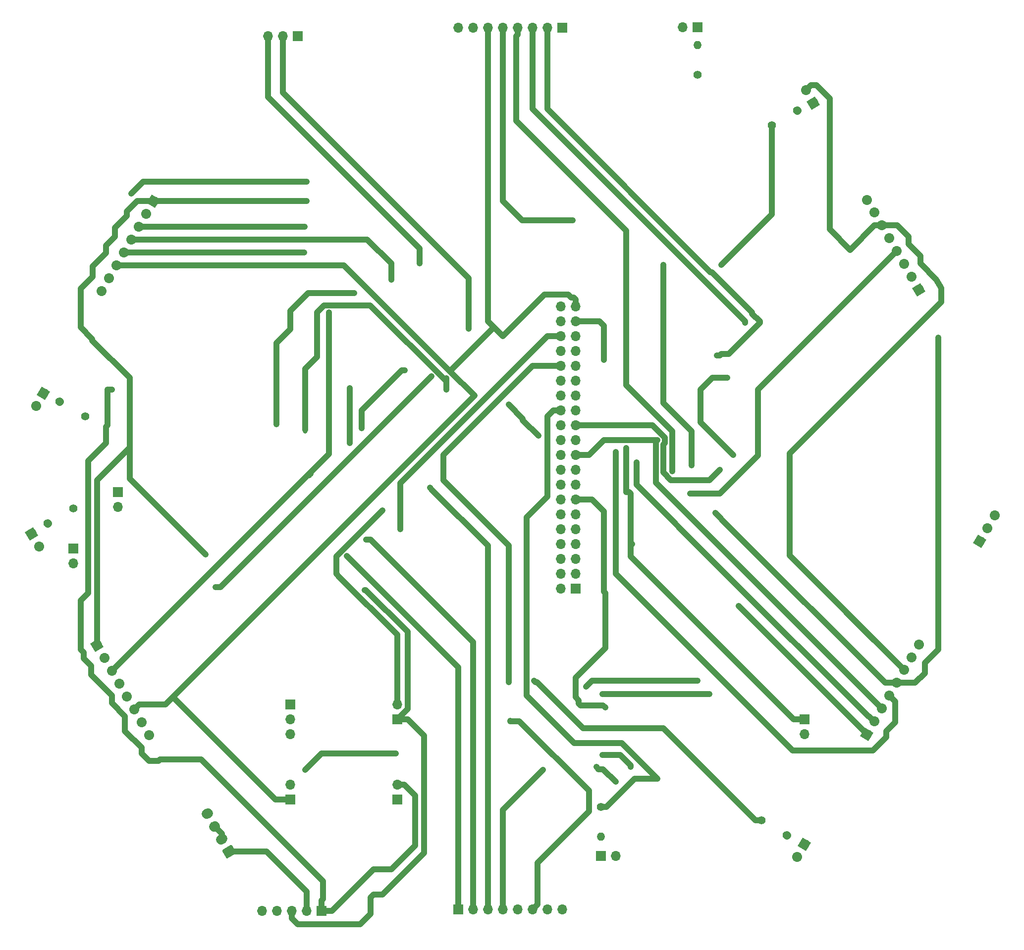
<source format=gbr>
G04 #@! TF.GenerationSoftware,KiCad,Pcbnew,5.1.4+dfsg1-1~bpo10+1*
G04 #@! TF.CreationDate,2019-09-28T19:59:17+02:00*
G04 #@! TF.ProjectId,hoorch,686f6f72-6368-42e6-9b69-6361645f7063,rev?*
G04 #@! TF.SameCoordinates,Original*
G04 #@! TF.FileFunction,Copper,L2,Bot*
G04 #@! TF.FilePolarity,Positive*
%FSLAX46Y46*%
G04 Gerber Fmt 4.6, Leading zero omitted, Abs format (unit mm)*
G04 Created by KiCad (PCBNEW 5.1.4+dfsg1-1~bpo10+1) date 2019-09-28 19:59:17*
%MOMM*%
%LPD*%
G04 APERTURE LIST*
%ADD10O,1.700000X1.700000*%
%ADD11R,1.700000X1.700000*%
%ADD12C,1.700000*%
%ADD13C,1.700000*%
%ADD14C,0.100000*%
%ADD15C,1.400000*%
%ADD16C,1.400000*%
%ADD17O,1.400000X1.400000*%
%ADD18C,0.800000*%
%ADD19C,1.000000*%
G04 APERTURE END LIST*
D10*
X96012000Y-138176000D03*
D11*
X96012000Y-140716000D03*
D12*
X164338000Y-164251705D03*
D13*
X164338000Y-164251705D02*
X164338000Y-164251705D01*
D12*
X165608000Y-162052000D03*
D14*
G36*
X164446878Y-162363122D02*
G01*
X165296878Y-160890878D01*
X166769122Y-161740878D01*
X165919122Y-163213122D01*
X164446878Y-162363122D01*
X164446878Y-162363122D01*
G37*
D10*
X77724000Y-143256000D03*
X77724000Y-140716000D03*
D11*
X77724000Y-138176000D03*
X83058000Y-173482000D03*
D10*
X80518000Y-173482000D03*
X77978000Y-173482000D03*
X75438000Y-173482000D03*
X72898000Y-173482000D03*
D11*
X78994000Y-23876000D03*
D10*
X76454000Y-23876000D03*
X73914000Y-23876000D03*
D11*
X126492000Y-118364000D03*
D10*
X123952000Y-118364000D03*
X126492000Y-115824000D03*
X123952000Y-115824000D03*
X126492000Y-113284000D03*
X123952000Y-113284000D03*
X126492000Y-110744000D03*
X123952000Y-110744000D03*
X126492000Y-108204000D03*
X123952000Y-108204000D03*
X126492000Y-105664000D03*
X123952000Y-105664000D03*
X126492000Y-103124000D03*
X123952000Y-103124000D03*
X126492000Y-100584000D03*
X123952000Y-100584000D03*
X126492000Y-98044000D03*
X123952000Y-98044000D03*
X126492000Y-95504000D03*
X123952000Y-95504000D03*
X126492000Y-92964000D03*
X123952000Y-92964000D03*
X126492000Y-90424000D03*
X123952000Y-90424000D03*
X126492000Y-87884000D03*
X123952000Y-87884000D03*
X126492000Y-85344000D03*
X123952000Y-85344000D03*
X126492000Y-82804000D03*
X123952000Y-82804000D03*
X126492000Y-80264000D03*
X123952000Y-80264000D03*
X126492000Y-77724000D03*
X123952000Y-77724000D03*
X126492000Y-75184000D03*
X123952000Y-75184000D03*
X126492000Y-72644000D03*
X123952000Y-72644000D03*
X126492000Y-70104000D03*
X123952000Y-70104000D03*
D11*
X96012000Y-154432000D03*
D10*
X96012000Y-151892000D03*
D11*
X165608000Y-140716000D03*
D10*
X165608000Y-143256000D03*
D15*
X36240591Y-107188000D03*
D16*
X36240591Y-107188000D02*
X36240591Y-107188000D01*
D15*
X40640000Y-104648000D03*
X130810000Y-155702000D03*
D17*
X130810000Y-160782000D03*
D15*
X162641409Y-160528000D03*
D16*
X162641409Y-160528000D02*
X162641409Y-160528000D01*
D15*
X158242000Y-157988000D03*
X160020000Y-39116000D03*
X164419409Y-36576000D03*
D16*
X164419409Y-36576000D02*
X164419409Y-36576000D01*
D17*
X147320000Y-25400000D03*
D15*
X147320000Y-30480000D03*
X42672000Y-88900000D03*
X38272591Y-86360000D03*
D16*
X38272591Y-86360000D02*
X38272591Y-86360000D01*
D10*
X106426000Y-22380000D03*
X108966000Y-22380000D03*
X111506000Y-22380000D03*
X114046000Y-22380000D03*
X116586000Y-22380000D03*
X119126000Y-22380000D03*
X121666000Y-22380000D03*
D11*
X124206000Y-22380000D03*
D12*
X54356000Y-52070000D03*
D14*
G36*
X53194878Y-52381122D02*
G01*
X54044878Y-50908878D01*
X55517122Y-51758878D01*
X54667122Y-53231122D01*
X53194878Y-52381122D01*
X53194878Y-52381122D01*
G37*
D12*
X53086000Y-54269705D03*
D13*
X53086000Y-54269705D02*
X53086000Y-54269705D01*
D12*
X51816000Y-56469409D03*
D13*
X51816000Y-56469409D02*
X51816000Y-56469409D01*
D12*
X50546000Y-58669114D03*
D13*
X50546000Y-58669114D02*
X50546000Y-58669114D01*
D12*
X49276000Y-60868818D03*
D13*
X49276000Y-60868818D02*
X49276000Y-60868818D01*
D12*
X48006000Y-63068523D03*
D13*
X48006000Y-63068523D02*
X48006000Y-63068523D01*
D12*
X46736000Y-65268227D03*
D13*
X46736000Y-65268227D02*
X46736000Y-65268227D01*
D12*
X45466000Y-67467932D03*
D13*
X45466000Y-67467932D02*
X45466000Y-67467932D01*
D12*
X176276000Y-51825773D03*
D13*
X176276000Y-51825773D02*
X176276000Y-51825773D01*
D12*
X177546000Y-54025478D03*
D13*
X177546000Y-54025478D02*
X177546000Y-54025478D01*
D12*
X178816000Y-56225182D03*
D13*
X178816000Y-56225182D02*
X178816000Y-56225182D01*
D12*
X180086000Y-58424887D03*
D13*
X180086000Y-58424887D02*
X180086000Y-58424887D01*
D12*
X181356000Y-60624591D03*
D13*
X181356000Y-60624591D02*
X181356000Y-60624591D01*
D12*
X182626000Y-62824296D03*
D13*
X182626000Y-62824296D02*
X182626000Y-62824296D01*
D12*
X183896000Y-65024000D03*
D13*
X183896000Y-65024000D02*
X183896000Y-65024000D01*
D12*
X185166000Y-67223705D03*
D14*
G36*
X185477122Y-66062583D02*
G01*
X186327122Y-67534827D01*
X184854878Y-68384827D01*
X184004878Y-66912583D01*
X185477122Y-66062583D01*
X185477122Y-66062583D01*
G37*
D12*
X176276000Y-143256000D03*
D14*
G36*
X177437122Y-142944878D02*
G01*
X176587122Y-144417122D01*
X175114878Y-143567122D01*
X175964878Y-142094878D01*
X177437122Y-142944878D01*
X177437122Y-142944878D01*
G37*
D12*
X177546000Y-141056295D03*
D13*
X177546000Y-141056295D02*
X177546000Y-141056295D01*
D12*
X178816000Y-138856591D03*
D13*
X178816000Y-138856591D02*
X178816000Y-138856591D01*
D12*
X180086000Y-136656886D03*
D13*
X180086000Y-136656886D02*
X180086000Y-136656886D01*
D12*
X181356000Y-134457182D03*
D13*
X181356000Y-134457182D02*
X181356000Y-134457182D01*
D12*
X182626000Y-132257477D03*
D13*
X182626000Y-132257477D02*
X182626000Y-132257477D01*
D12*
X183896000Y-130057773D03*
D13*
X183896000Y-130057773D02*
X183896000Y-130057773D01*
D12*
X185166000Y-127858068D03*
D13*
X185166000Y-127858068D02*
X185166000Y-127858068D01*
D10*
X124206000Y-173228000D03*
X121666000Y-173228000D03*
X119126000Y-173228000D03*
X116586000Y-173228000D03*
X114046000Y-173228000D03*
X111506000Y-173228000D03*
X108966000Y-173228000D03*
D11*
X106426000Y-173228000D03*
D12*
X44704000Y-128016000D03*
D14*
G36*
X44392878Y-129177122D02*
G01*
X43542878Y-127704878D01*
X45015122Y-126854878D01*
X45865122Y-128327122D01*
X44392878Y-129177122D01*
X44392878Y-129177122D01*
G37*
D12*
X45974000Y-130215705D03*
D13*
X45974000Y-130215705D02*
X45974000Y-130215705D01*
D12*
X47244000Y-132415409D03*
D13*
X47244000Y-132415409D02*
X47244000Y-132415409D01*
D12*
X48514000Y-134615114D03*
D13*
X48514000Y-134615114D02*
X48514000Y-134615114D01*
D12*
X49784000Y-136814818D03*
D13*
X49784000Y-136814818D02*
X49784000Y-136814818D01*
D12*
X51054000Y-139014523D03*
D13*
X51054000Y-139014523D02*
X51054000Y-139014523D01*
D12*
X52324000Y-141214227D03*
D13*
X52324000Y-141214227D02*
X52324000Y-141214227D01*
D12*
X53594000Y-143413932D03*
D13*
X53594000Y-143413932D02*
X53594000Y-143413932D01*
D14*
G36*
X67654219Y-162190420D02*
G01*
X67678592Y-162193224D01*
X67702573Y-162198404D01*
X67725930Y-162205908D01*
X67748440Y-162215667D01*
X67769885Y-162227584D01*
X67790058Y-162241547D01*
X67808766Y-162257419D01*
X67825828Y-162275048D01*
X67841080Y-162294266D01*
X67854374Y-162314885D01*
X68454374Y-163354115D01*
X68465584Y-163375938D01*
X68474601Y-163398755D01*
X68481337Y-163422346D01*
X68485729Y-163446483D01*
X68487734Y-163470935D01*
X68487333Y-163495466D01*
X68484529Y-163519839D01*
X68479349Y-163543820D01*
X68471844Y-163567177D01*
X68462086Y-163589687D01*
X68450169Y-163611132D01*
X68436206Y-163631305D01*
X68420334Y-163650013D01*
X68402704Y-163667075D01*
X68383487Y-163682327D01*
X68362868Y-163695621D01*
X67107132Y-164420621D01*
X67085309Y-164431831D01*
X67062492Y-164440848D01*
X67038901Y-164447584D01*
X67014764Y-164451976D01*
X66990312Y-164453981D01*
X66965781Y-164453580D01*
X66941408Y-164450776D01*
X66917427Y-164445596D01*
X66894070Y-164438092D01*
X66871560Y-164428333D01*
X66850115Y-164416416D01*
X66829942Y-164402453D01*
X66811234Y-164386581D01*
X66794172Y-164368952D01*
X66778920Y-164349734D01*
X66765626Y-164329115D01*
X66165626Y-163289885D01*
X66154416Y-163268062D01*
X66145399Y-163245245D01*
X66138663Y-163221654D01*
X66134271Y-163197517D01*
X66132266Y-163173065D01*
X66132667Y-163148534D01*
X66135471Y-163124161D01*
X66140651Y-163100180D01*
X66148156Y-163076823D01*
X66157914Y-163054313D01*
X66169831Y-163032868D01*
X66183794Y-163012695D01*
X66199666Y-162993987D01*
X66217296Y-162976925D01*
X66236513Y-162961673D01*
X66257132Y-162948379D01*
X67512868Y-162223379D01*
X67534691Y-162212169D01*
X67557508Y-162203152D01*
X67581099Y-162196416D01*
X67605236Y-162192024D01*
X67629688Y-162190019D01*
X67654219Y-162190420D01*
X67654219Y-162190420D01*
G37*
D12*
X67310000Y-163322000D03*
X66060000Y-161156936D03*
D13*
X65951747Y-161219436D02*
X66168253Y-161094436D01*
D12*
X64810000Y-158991873D03*
D13*
X64701747Y-159054373D02*
X64918253Y-158929373D01*
D12*
X63560000Y-156826809D03*
D13*
X63451747Y-156889309D02*
X63668253Y-156764309D01*
D11*
X40640000Y-111506000D03*
D10*
X40640000Y-114046000D03*
X48260000Y-104394000D03*
D11*
X48260000Y-101854000D03*
D12*
X195580000Y-110236000D03*
D14*
G36*
X196741122Y-109924878D02*
G01*
X195891122Y-111397122D01*
X194418878Y-110547122D01*
X195268878Y-109074878D01*
X196741122Y-109924878D01*
X196741122Y-109924878D01*
G37*
D12*
X196850000Y-108036295D03*
D13*
X196850000Y-108036295D02*
X196850000Y-108036295D01*
D12*
X198120000Y-105836591D03*
D13*
X198120000Y-105836591D02*
X198120000Y-105836591D01*
D12*
X34798000Y-111165705D03*
D13*
X34798000Y-111165705D02*
X34798000Y-111165705D01*
D12*
X33528000Y-108966000D03*
D14*
G36*
X33216878Y-110127122D02*
G01*
X32366878Y-108654878D01*
X33839122Y-107804878D01*
X34689122Y-109277122D01*
X33216878Y-110127122D01*
X33216878Y-110127122D01*
G37*
D11*
X130810000Y-164084000D03*
D10*
X133350000Y-164084000D03*
D12*
X167132000Y-35306000D03*
D14*
G36*
X167443122Y-34144878D02*
G01*
X168293122Y-35617122D01*
X166820878Y-36467122D01*
X165970878Y-34994878D01*
X167443122Y-34144878D01*
X167443122Y-34144878D01*
G37*
D12*
X165862000Y-33106295D03*
D13*
X165862000Y-33106295D02*
X165862000Y-33106295D01*
D11*
X147320000Y-22352000D03*
D10*
X144780000Y-22352000D03*
D12*
X34290000Y-87122000D03*
D13*
X34290000Y-87122000D02*
X34290000Y-87122000D01*
D12*
X35560000Y-84922295D03*
D14*
G36*
X34398878Y-85233417D02*
G01*
X35248878Y-83761173D01*
X36721122Y-84611173D01*
X35871122Y-86083417D01*
X34398878Y-85233417D01*
X34398878Y-85233417D01*
G37*
D11*
X77724000Y-154432000D03*
D10*
X77724000Y-151892000D03*
D18*
X115316000Y-140970000D03*
X150368000Y-105410000D03*
X117348000Y-55372000D03*
X125984000Y-55372000D03*
X80101182Y-60868818D03*
X188468000Y-75438000D03*
X95758000Y-146558000D03*
X80331919Y-149284081D03*
X130048000Y-148844000D03*
X133350000Y-151384000D03*
X131064000Y-146812000D03*
X135890000Y-148844000D03*
X131064000Y-136398000D03*
X149352000Y-136398000D03*
X47244000Y-84328000D03*
X90424000Y-118618000D03*
X89916000Y-90932000D03*
X97282000Y-81026000D03*
X108204000Y-73914000D03*
X93472000Y-104982930D03*
X75368009Y-90239991D03*
X88646000Y-67818000D03*
X99822000Y-62738000D03*
X146050000Y-102108000D03*
X151384000Y-62992000D03*
X146304000Y-97282000D03*
X141478000Y-62992000D03*
X87884000Y-84074000D03*
X87884000Y-93472000D03*
X120904000Y-149352000D03*
X131572000Y-138684000D03*
X143002000Y-98298000D03*
X115062000Y-86868000D03*
X94996000Y-65532000D03*
X120142000Y-92202000D03*
X140462000Y-92964000D03*
X155448000Y-72898000D03*
X123444000Y-40640000D03*
X84328000Y-71120000D03*
X101600000Y-101092000D03*
X81026000Y-99060000D03*
X79502000Y-56469409D03*
X136906000Y-96774000D03*
X90678000Y-109982000D03*
X108966000Y-127508000D03*
X128270000Y-135128000D03*
X147320000Y-134112000D03*
X151003000Y-114681000D03*
X150622000Y-78486000D03*
X152400000Y-82296000D03*
X153416000Y-95504000D03*
X80518000Y-48768000D03*
X50546000Y-50800000D03*
X87376000Y-112776000D03*
X63246000Y-112522000D03*
X151130000Y-98044000D03*
X80518000Y-52070000D03*
X154345705Y-121325705D03*
X119888000Y-134366000D03*
X115062000Y-134366000D03*
X135128000Y-94996000D03*
X96520000Y-108204000D03*
X133350000Y-94996000D03*
X131318000Y-79248000D03*
X80264000Y-91440000D03*
X104394000Y-84328000D03*
X65019114Y-118110000D03*
X101854000Y-82042000D03*
D19*
X178816000Y-56225182D02*
X177613919Y-56225182D01*
X111506000Y-22380000D02*
X111506000Y-72644000D01*
X48006000Y-63068523D02*
X86944523Y-63068523D01*
X51903999Y-138164524D02*
X56399476Y-138164524D01*
X51054000Y-139014523D02*
X51903999Y-138164524D01*
X57658000Y-136906000D02*
X72644000Y-151892000D01*
X57658000Y-136906000D02*
X109220000Y-85344000D01*
X56399476Y-138164524D02*
X57658000Y-136906000D01*
X77724000Y-154432000D02*
X75184000Y-154432000D01*
X182626000Y-132257477D02*
X172758262Y-122389738D01*
X112268000Y-73914000D02*
X105029000Y-81153000D01*
X105029000Y-81153000D02*
X109220000Y-85344000D01*
X86944523Y-63068523D02*
X105029000Y-81153000D01*
X112776000Y-73914000D02*
X112268000Y-73914000D01*
X112776000Y-73914000D02*
X114046000Y-75184000D01*
X111506000Y-72644000D02*
X112776000Y-73914000D01*
X166711999Y-32256296D02*
X167641704Y-32256296D01*
X165862000Y-33106295D02*
X166711999Y-32256296D01*
X167641704Y-32256296D02*
X169926000Y-34540592D01*
X169926000Y-56896000D02*
X173434551Y-60404551D01*
X169926000Y-34540592D02*
X169926000Y-56896000D01*
X177613919Y-56225182D02*
X173434551Y-60404551D01*
X119975999Y-172378001D02*
X119975999Y-165266001D01*
X119126000Y-173228000D02*
X119975999Y-172378001D01*
X119975999Y-165266001D02*
X128778000Y-156464000D01*
X128778000Y-156464000D02*
X128778000Y-152908000D01*
X115385991Y-141039991D02*
X115316000Y-140970000D01*
X128778000Y-152908000D02*
X116909991Y-141039991D01*
X116909991Y-141039991D02*
X115385991Y-141039991D01*
X75184000Y-154432000D02*
X72644000Y-151892000D01*
X126492000Y-68901919D02*
X126170081Y-68580000D01*
X126492000Y-70104000D02*
X126492000Y-68901919D01*
X126170081Y-68580000D02*
X125730000Y-68580000D01*
X125730000Y-68580000D02*
X125222000Y-68072000D01*
X121158000Y-68072000D02*
X114046000Y-75184000D01*
X125222000Y-68072000D02*
X121158000Y-68072000D01*
X163068000Y-112699477D02*
X163068000Y-95250000D01*
X182626000Y-132257477D02*
X163068000Y-112699477D01*
X163068000Y-95250000D02*
X188976000Y-69342000D01*
X188976000Y-66900415D02*
X188147622Y-65465622D01*
X188976000Y-69342000D02*
X188976000Y-66900415D01*
X188147622Y-65465622D02*
X185420000Y-62738000D01*
X185420000Y-62738000D02*
X185420000Y-61468000D01*
X185420000Y-61468000D02*
X183388000Y-59436000D01*
X183388000Y-59436000D02*
X183388000Y-58166000D01*
X181447182Y-56225182D02*
X178816000Y-56225182D01*
X183388000Y-58166000D02*
X181447182Y-56225182D01*
X181356000Y-134457182D02*
X179415182Y-134457182D01*
X179415182Y-134457182D02*
X152549444Y-107591444D01*
X117348000Y-55372000D02*
X125984000Y-55372000D01*
X114046000Y-52070000D02*
X117348000Y-55372000D01*
X114046000Y-22380000D02*
X114046000Y-52070000D01*
X152549444Y-107591444D02*
X150368000Y-105410000D01*
X80101182Y-60868818D02*
X49276000Y-60868818D01*
X188468000Y-75438000D02*
X188468000Y-128778000D01*
X188468000Y-128778000D02*
X186182000Y-131064000D01*
X186182000Y-131064000D02*
X186182000Y-132842000D01*
X184566818Y-134457182D02*
X181356000Y-134457182D01*
X186182000Y-132842000D02*
X184566818Y-134457182D01*
X95758000Y-146558000D02*
X83058000Y-146558000D01*
X83058000Y-146558000D02*
X80331919Y-149284081D01*
X130447999Y-149243999D02*
X131209999Y-149243999D01*
X130048000Y-148844000D02*
X130447999Y-149243999D01*
X131209999Y-149243999D02*
X133350000Y-151384000D01*
X131064000Y-146812000D02*
X134112000Y-146812000D01*
X134112000Y-146812000D02*
X135890000Y-148590000D01*
X135890000Y-148590000D02*
X135890000Y-148844000D01*
X131064000Y-136398000D02*
X149352000Y-136398000D01*
X99060000Y-162306000D02*
X94996000Y-166370000D01*
X84908000Y-173482000D02*
X83058000Y-173482000D01*
X92020000Y-166370000D02*
X84908000Y-173482000D01*
X94996000Y-166370000D02*
X92020000Y-166370000D01*
X97214081Y-151892000D02*
X99060000Y-153737919D01*
X99060000Y-153737919D02*
X99060000Y-162306000D01*
X96012000Y-151892000D02*
X97214081Y-151892000D01*
X83312000Y-168402000D02*
X83312000Y-171378000D01*
X55460066Y-147574000D02*
X62484000Y-147574000D01*
X55206066Y-147828000D02*
X55460066Y-147574000D01*
X83312000Y-171378000D02*
X83058000Y-171632000D01*
X53594000Y-147828000D02*
X55206066Y-147828000D01*
X52324000Y-146558000D02*
X53594000Y-147828000D01*
X49503999Y-142721999D02*
X52324000Y-145542000D01*
X49503999Y-140181999D02*
X49503999Y-142721999D01*
X43180000Y-96520000D02*
X43180000Y-119126000D01*
X41910000Y-120396000D02*
X41910000Y-128778000D01*
X46228000Y-93472000D02*
X43180000Y-96520000D01*
X62484000Y-147574000D02*
X83312000Y-168402000D01*
X42418000Y-130302000D02*
X43688000Y-131572000D01*
X46228000Y-90678000D02*
X46228000Y-93472000D01*
X46482000Y-90424000D02*
X46228000Y-90678000D01*
X47244000Y-84328000D02*
X46482000Y-84328000D01*
X46482000Y-84328000D02*
X46482000Y-90424000D01*
X83058000Y-171632000D02*
X83058000Y-173482000D01*
X47244000Y-136652000D02*
X47244000Y-137922000D01*
X43180000Y-119126000D02*
X41910000Y-120396000D01*
X41910000Y-128778000D02*
X42418000Y-129286000D01*
X47244000Y-137922000D02*
X49503999Y-140181999D01*
X43688000Y-133028216D02*
X43780593Y-133188593D01*
X52324000Y-145542000D02*
X52324000Y-146558000D01*
X42418000Y-129286000D02*
X42418000Y-130302000D01*
X43688000Y-131572000D02*
X43688000Y-133028216D01*
X43780593Y-133188593D02*
X47244000Y-136652000D01*
X67310000Y-163322000D02*
X73660000Y-163322000D01*
X80518000Y-170180000D02*
X80518000Y-173482000D01*
X73660000Y-163322000D02*
X80518000Y-170180000D01*
X77978000Y-174752000D02*
X77978000Y-173482000D01*
X89662000Y-175768000D02*
X78994000Y-175768000D01*
X91440000Y-171196000D02*
X91440000Y-173990000D01*
X97862000Y-140716000D02*
X100584000Y-143438000D01*
X96012000Y-140716000D02*
X97862000Y-140716000D01*
X100584000Y-163576000D02*
X93472000Y-170688000D01*
X93472000Y-170688000D02*
X91948000Y-170688000D01*
X78994000Y-175768000D02*
X77978000Y-174752000D01*
X91440000Y-173990000D02*
X89662000Y-175768000D01*
X100584000Y-143438000D02*
X100584000Y-163576000D01*
X91948000Y-170688000D02*
X91440000Y-171196000D01*
X97790000Y-138938000D02*
X97790000Y-125730000D01*
X96012000Y-140716000D02*
X97790000Y-138938000D01*
X90439818Y-118602182D02*
X90424000Y-118618000D01*
X97790000Y-125730000D02*
X90662182Y-118602182D01*
X90662182Y-118602182D02*
X90439818Y-118602182D01*
X89916000Y-90932000D02*
X89916000Y-87884000D01*
X89916000Y-87884000D02*
X96774000Y-81026000D01*
X96774000Y-81026000D02*
X97282000Y-81026000D01*
X108204000Y-73914000D02*
X108204000Y-65278000D01*
X76454000Y-33528000D02*
X76454000Y-23876000D01*
X108204000Y-65278000D02*
X76454000Y-33528000D01*
X66060000Y-160241873D02*
X64810000Y-158991873D01*
X66060000Y-161156936D02*
X66060000Y-160241873D01*
X96012000Y-138176000D02*
X96012000Y-126238000D01*
X96012000Y-126238000D02*
X86175991Y-116401991D01*
X86175991Y-116401991D02*
X85598000Y-115824000D01*
X85598000Y-112856930D02*
X93472000Y-104982930D01*
X85598000Y-115824000D02*
X85598000Y-112856930D01*
X75368009Y-76350921D02*
X77724000Y-73994930D01*
X75368009Y-90239991D02*
X75368009Y-76350921D01*
X77724000Y-73994930D02*
X77724000Y-70866000D01*
X77724000Y-70866000D02*
X80772000Y-67818000D01*
X80772000Y-67818000D02*
X87390010Y-67818000D01*
X87390010Y-67818000D02*
X88646000Y-67818000D01*
X99822000Y-62738000D02*
X99822000Y-60198000D01*
X73914000Y-34290000D02*
X73914000Y-23876000D01*
X99822000Y-60198000D02*
X73914000Y-34290000D01*
X181356000Y-60624591D02*
X157652591Y-84328000D01*
X157652591Y-84328000D02*
X157652591Y-95585409D01*
X157652591Y-95585409D02*
X151130000Y-102108000D01*
X151130000Y-102108000D02*
X146050000Y-102108000D01*
X151783999Y-62592001D02*
X151384000Y-62992000D01*
X160020000Y-39116000D02*
X160020000Y-54356000D01*
X160020000Y-54356000D02*
X151783999Y-62592001D01*
X146304000Y-97282000D02*
X146304000Y-91440000D01*
X146304000Y-91440000D02*
X141478000Y-86614000D01*
X141478000Y-86614000D02*
X141478000Y-62992000D01*
X87884000Y-84074000D02*
X87884000Y-84639685D01*
X87884000Y-84639685D02*
X87884000Y-93472000D01*
X114046000Y-156210000D02*
X114046000Y-173228000D01*
X120904000Y-149352000D02*
X114046000Y-156210000D01*
X131172001Y-138284001D02*
X127362001Y-138284001D01*
X131572000Y-138684000D02*
X131172001Y-138284001D01*
X127069991Y-137991991D02*
X127069991Y-137483991D01*
X127362001Y-138284001D02*
X127069991Y-137991991D01*
X127069991Y-137483991D02*
X126492000Y-136906000D01*
X126492000Y-136906000D02*
X126492000Y-133604000D01*
X126492000Y-133604000D02*
X131572000Y-128524000D01*
X131572000Y-128524000D02*
X131572000Y-119126000D01*
X131572000Y-119126000D02*
X131318000Y-118872000D01*
X131318000Y-118872000D02*
X131318000Y-105156000D01*
X129286000Y-103124000D02*
X126492000Y-103124000D01*
X131318000Y-105156000D02*
X129286000Y-103124000D01*
X116586000Y-23582081D02*
X116332000Y-23836081D01*
X116586000Y-22380000D02*
X116586000Y-23582081D01*
X116332000Y-23836081D02*
X116332000Y-38354000D01*
X116332000Y-38354000D02*
X135128000Y-57150000D01*
X135128000Y-57150000D02*
X135128000Y-76454000D01*
X135128000Y-76454000D02*
X135128000Y-83566000D01*
X135128000Y-83566000D02*
X143002000Y-91440000D01*
X143002000Y-91440000D02*
X143002000Y-98298000D01*
X94996000Y-65532000D02*
X94996000Y-62738000D01*
X90927114Y-58669114D02*
X50546000Y-58669114D01*
X94996000Y-62738000D02*
X90927114Y-58669114D01*
X117514001Y-89574001D02*
X120142000Y-92202000D01*
X117514001Y-89320001D02*
X115062000Y-86868000D01*
X117514001Y-89574001D02*
X117514001Y-89320001D01*
X178816000Y-138856591D02*
X140208000Y-100248591D01*
X140208000Y-93218000D02*
X140462000Y-92964000D01*
X140208000Y-100248591D02*
X140208000Y-93218000D01*
X119126000Y-22380000D02*
X119126000Y-36322000D01*
X155448000Y-72644000D02*
X155448000Y-72898000D01*
X119126000Y-36322000D02*
X123444000Y-40640000D01*
X123444000Y-40640000D02*
X155448000Y-72644000D01*
X84328000Y-95331409D02*
X84328000Y-71120000D01*
X80939705Y-98719705D02*
X81193705Y-98719705D01*
X80939705Y-98719705D02*
X84328000Y-95331409D01*
X47244000Y-132415409D02*
X80939705Y-98719705D01*
X128778000Y-95504000D02*
X126492000Y-95504000D01*
X140462000Y-92964000D02*
X131318000Y-92964000D01*
X131318000Y-92964000D02*
X128778000Y-95504000D01*
X101999999Y-101491999D02*
X101600000Y-101092000D01*
X111506000Y-110998000D02*
X101999999Y-101491999D01*
X111506000Y-173228000D02*
X111506000Y-110998000D01*
X80182591Y-56469409D02*
X70947409Y-56469409D01*
X70947409Y-56469409D02*
X51816000Y-56469409D01*
X176696001Y-140206296D02*
X176528296Y-140206296D01*
X177546000Y-141056295D02*
X176696001Y-140206296D01*
X108966000Y-173228000D02*
X108966000Y-127508000D01*
X108966000Y-127508000D02*
X91440000Y-109982000D01*
X91440000Y-109982000D02*
X90678000Y-109982000D01*
X128270000Y-135128000D02*
X129286000Y-134112000D01*
X129286000Y-134112000D02*
X147320000Y-134112000D01*
X176528296Y-140206296D02*
X151003000Y-114681000D01*
X151003000Y-114681000D02*
X136906000Y-100584000D01*
X121666000Y-22380000D02*
X121666000Y-23582081D01*
X149536009Y-64192009D02*
X149790009Y-64192009D01*
X121666000Y-36322000D02*
X149536009Y-64192009D01*
X149790009Y-64192009D02*
X156648010Y-71050010D01*
X156648010Y-71050010D02*
X156648010Y-71304010D01*
X156648010Y-71304010D02*
X157988000Y-72644000D01*
X157988000Y-72644000D02*
X157988000Y-72898000D01*
X157988000Y-72898000D02*
X152654000Y-78232000D01*
X151134738Y-78486000D02*
X150622000Y-78486000D01*
X152654000Y-78232000D02*
X151388738Y-78232000D01*
X151388738Y-78232000D02*
X151134738Y-78486000D01*
X147828000Y-89916000D02*
X153416000Y-95504000D01*
X147828000Y-84328000D02*
X147828000Y-89916000D01*
X149860000Y-82296000D02*
X147828000Y-84328000D01*
X152400000Y-82296000D02*
X149860000Y-82296000D01*
X121666000Y-23582081D02*
X121666000Y-36322000D01*
X136906000Y-96774000D02*
X136906000Y-100584000D01*
X80518000Y-48768000D02*
X79952315Y-48768000D01*
X79952315Y-48768000D02*
X52578000Y-48768000D01*
X52578000Y-48768000D02*
X50546000Y-50800000D01*
X44704000Y-128016000D02*
X44704000Y-99822000D01*
X44704000Y-99822000D02*
X50292000Y-94234000D01*
X50292000Y-94234000D02*
X50292000Y-82296000D01*
X43915999Y-75919999D02*
X43915999Y-75665999D01*
X50292000Y-82296000D02*
X43915999Y-75919999D01*
X43915999Y-75665999D02*
X41910000Y-73660000D01*
X41910000Y-73660000D02*
X41910000Y-67056000D01*
X41910000Y-67056000D02*
X43942000Y-65024000D01*
X43942000Y-65024000D02*
X43942000Y-63246000D01*
X43942000Y-63246000D02*
X46228000Y-60960000D01*
X46228000Y-60960000D02*
X46228000Y-59690000D01*
X46228000Y-59690000D02*
X47752000Y-58166000D01*
X47752000Y-58166000D02*
X47752000Y-56642000D01*
X47752000Y-56642000D02*
X49784000Y-54610000D01*
X49784000Y-54610000D02*
X49784000Y-53848000D01*
X51562000Y-52070000D02*
X54356000Y-52070000D01*
X49784000Y-53848000D02*
X51562000Y-52070000D01*
X106426000Y-173228000D02*
X106426000Y-131826000D01*
X106426000Y-131826000D02*
X87376000Y-112776000D01*
X50292000Y-99568000D02*
X50292000Y-94234000D01*
X63246000Y-112522000D02*
X50292000Y-99568000D01*
X149352000Y-99822000D02*
X151130000Y-98044000D01*
X142828930Y-99822000D02*
X149352000Y-99822000D01*
X126492000Y-90424000D02*
X139619070Y-90424000D01*
X139619070Y-90424000D02*
X141732000Y-92536930D01*
X141732000Y-92536930D02*
X141732000Y-93472000D01*
X141478000Y-98471070D02*
X142828930Y-99822000D01*
X141732000Y-93472000D02*
X141478000Y-93726000D01*
X141478000Y-93726000D02*
X141478000Y-98471070D01*
X80518000Y-52070000D02*
X54356000Y-52070000D01*
X176276000Y-143256000D02*
X154686000Y-121666000D01*
X154686000Y-121666000D02*
X154345705Y-121325705D01*
X136625949Y-150876000D02*
X131799949Y-155702000D01*
X140462000Y-150876000D02*
X136625949Y-150876000D01*
X131799949Y-155702000D02*
X130810000Y-155702000D01*
X134366000Y-144780000D02*
X140462000Y-150876000D01*
X118110000Y-136652000D02*
X126238000Y-144780000D01*
X118110000Y-106172000D02*
X118110000Y-136652000D01*
X122749919Y-87884000D02*
X122495919Y-88138000D01*
X122495919Y-88138000D02*
X122428000Y-88138000D01*
X123952000Y-87884000D02*
X122749919Y-87884000D01*
X126238000Y-144780000D02*
X134366000Y-144780000D01*
X121666000Y-88900000D02*
X121666000Y-102616000D01*
X122428000Y-88138000D02*
X121666000Y-88900000D01*
X121666000Y-102616000D02*
X118110000Y-106172000D01*
X157252051Y-157988000D02*
X141504051Y-142240000D01*
X158242000Y-157988000D02*
X157252051Y-157988000D01*
X119888000Y-134366000D02*
X119634000Y-134366000D01*
X127762000Y-142240000D02*
X119888000Y-134366000D01*
X141504051Y-142240000D02*
X127762000Y-142240000D01*
X119634000Y-134366000D02*
X119380000Y-134112000D01*
X103886000Y-95504000D02*
X119126000Y-80264000D01*
X103886000Y-99822000D02*
X103886000Y-95504000D01*
X119126000Y-80264000D02*
X123952000Y-80264000D01*
X115062000Y-134366000D02*
X115062000Y-110998000D01*
X115062000Y-110998000D02*
X103886000Y-99822000D01*
X163758000Y-140716000D02*
X135890000Y-112848000D01*
X165608000Y-140716000D02*
X163758000Y-140716000D01*
X135890000Y-110998000D02*
X136144000Y-110744000D01*
X135890000Y-112848000D02*
X135890000Y-110998000D01*
X135890000Y-110998000D02*
X135890000Y-102108000D01*
X135890000Y-102108000D02*
X135636000Y-101854000D01*
X135636000Y-101854000D02*
X135128000Y-101854000D01*
X135128000Y-101854000D02*
X135128000Y-94996000D01*
X135128000Y-94996000D02*
X135128000Y-94318000D01*
X96520000Y-108204000D02*
X96520000Y-100330000D01*
X121666000Y-75184000D02*
X123952000Y-75184000D01*
X96520000Y-100330000D02*
X121666000Y-75184000D01*
X181102000Y-137672886D02*
X181102000Y-141224000D01*
X180086000Y-136656886D02*
X181102000Y-137672886D01*
X181102000Y-141224000D02*
X179578000Y-142748000D01*
X179578000Y-142748000D02*
X179578000Y-143764000D01*
X179578000Y-143764000D02*
X177292000Y-146050000D01*
X177292000Y-146050000D02*
X163576000Y-146050000D01*
X163576000Y-146050000D02*
X133350000Y-115824000D01*
X133350000Y-115824000D02*
X133350000Y-94996000D01*
X130556000Y-72644000D02*
X126492000Y-72644000D01*
X131318000Y-79248000D02*
X131318000Y-73406000D01*
X131318000Y-73406000D02*
X130556000Y-72644000D01*
X80264000Y-91186000D02*
X80264000Y-80772000D01*
X80264000Y-80772000D02*
X82296000Y-78740000D01*
X82296000Y-78740000D02*
X82296000Y-71120000D01*
X91429060Y-69919990D02*
X104394000Y-82884930D01*
X82296000Y-71120000D02*
X83496010Y-69919990D01*
X83496010Y-69919990D02*
X91429060Y-69919990D01*
X104394000Y-82884930D02*
X104394000Y-84328000D01*
X104394000Y-84328000D02*
X104394000Y-82368116D01*
X65019114Y-118110000D02*
X65786000Y-118110000D01*
X65786000Y-118110000D02*
X101854000Y-82042000D01*
M02*

</source>
